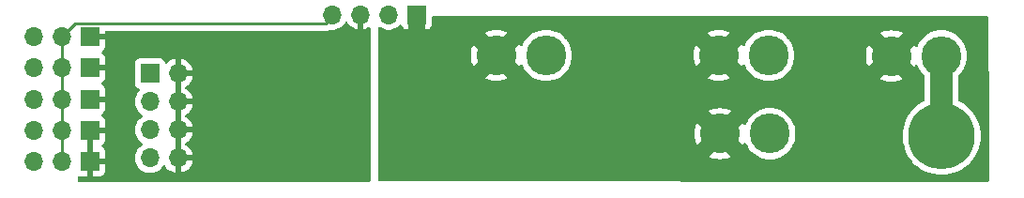
<source format=gbr>
%TF.GenerationSoftware,KiCad,Pcbnew,7.0.8*%
%TF.CreationDate,2023-10-19T00:44:21-05:00*%
%TF.ProjectId,PowerDistrubutionBoard,506f7765-7244-4697-9374-727562757469,rev?*%
%TF.SameCoordinates,Original*%
%TF.FileFunction,Copper,L2,Bot*%
%TF.FilePolarity,Positive*%
%FSLAX46Y46*%
G04 Gerber Fmt 4.6, Leading zero omitted, Abs format (unit mm)*
G04 Created by KiCad (PCBNEW 7.0.8) date 2023-10-19 00:44:21*
%MOMM*%
%LPD*%
G01*
G04 APERTURE LIST*
%TA.AperFunction,ComponentPad*%
%ADD10C,3.600000*%
%TD*%
%TA.AperFunction,ComponentPad*%
%ADD11R,1.700000X1.700000*%
%TD*%
%TA.AperFunction,ComponentPad*%
%ADD12O,1.700000X1.700000*%
%TD*%
%TA.AperFunction,WasherPad*%
%ADD13C,3.600000*%
%TD*%
%TA.AperFunction,ConnectorPad*%
%ADD14C,6.000000*%
%TD*%
%TA.AperFunction,Conductor*%
%ADD15C,0.250000*%
%TD*%
%TA.AperFunction,Conductor*%
%ADD16C,2.000000*%
%TD*%
G04 APERTURE END LIST*
D10*
%TO.P,T4,1,+*%
%TO.N,Net-(J1-Pin_1)*%
X159350000Y-55550000D03*
%TO.P,T4,2,-*%
%TO.N,Net-(J1-Pin_2)*%
X163850000Y-55550000D03*
%TD*%
D11*
%TO.P,J6,1,Pin_1*%
%TO.N,Net-(J1-Pin_3)*%
X122715000Y-59500000D03*
D12*
%TO.P,J6,2,Pin_2*%
%TO.N,Net-(J1-Pin_4)*%
X120175000Y-59500000D03*
%TO.P,J6,3,Pin_3*%
%TO.N,Net-(J6-Pin_3)*%
X117635000Y-59500000D03*
%TD*%
D10*
%TO.P,T3,2,-*%
%TO.N,Net-(T3--)*%
X199500000Y-55600000D03*
%TO.P,T3,1,+*%
%TO.N,Net-(J1-Pin_1)*%
X195000000Y-55600000D03*
%TD*%
D11*
%TO.P,J1,1,Pin_1*%
%TO.N,Net-(J1-Pin_1)*%
X152175000Y-51875000D03*
D12*
%TO.P,J1,2,Pin_2*%
%TO.N,Net-(J1-Pin_2)*%
X149635000Y-51875000D03*
%TO.P,J1,3,Pin_3*%
%TO.N,Net-(J1-Pin_3)*%
X147095000Y-51875000D03*
%TO.P,J1,4,Pin_4*%
%TO.N,Net-(J1-Pin_4)*%
X144555000Y-51875000D03*
%TD*%
D10*
%TO.P,T2,1,+*%
%TO.N,Net-(J1-Pin_1)*%
X179525000Y-62625000D03*
%TO.P,T2,2,-*%
%TO.N,Net-(J1-Pin_2)*%
X184025000Y-62625000D03*
%TD*%
D13*
%TO.P,S1,*%
%TO.N,Net-(T3--)*%
X199525000Y-62825000D03*
D14*
%TO.P,S1,2,2*%
X199525000Y-62825000D03*
%TD*%
D11*
%TO.P,J9,1,Pin_1*%
%TO.N,Net-(J1-Pin_3)*%
X122715000Y-65100000D03*
D12*
%TO.P,J9,2,Pin_2*%
%TO.N,Net-(J1-Pin_4)*%
X120175000Y-65100000D03*
%TO.P,J9,3,Pin_3*%
%TO.N,Net-(J7-Pin_7)*%
X117635000Y-65100000D03*
%TD*%
%TO.P,J7,8,Pin_8*%
%TO.N,Net-(J1-Pin_3)*%
X130650000Y-64815000D03*
%TO.P,J7,7,Pin_7*%
%TO.N,Net-(J7-Pin_7)*%
X128110000Y-64815000D03*
%TO.P,J7,6,Pin_6*%
%TO.N,Net-(J1-Pin_3)*%
X130650000Y-62275000D03*
%TO.P,J7,5,Pin_5*%
%TO.N,Net-(J7-Pin_5)*%
X128110000Y-62275000D03*
%TO.P,J7,4,Pin_4*%
%TO.N,Net-(J1-Pin_3)*%
X130650000Y-59735000D03*
%TO.P,J7,3,Pin_3*%
%TO.N,Net-(J6-Pin_3)*%
X128110000Y-59735000D03*
%TO.P,J7,2,Pin_2*%
%TO.N,Net-(J1-Pin_3)*%
X130650000Y-57195000D03*
D11*
%TO.P,J7,1,Pin_1*%
%TO.N,Net-(J5-Pin_3)*%
X128110000Y-57195000D03*
%TD*%
%TO.P,J10,1,Pin_1*%
%TO.N,Net-(J1-Pin_3)*%
X122715000Y-53875000D03*
D12*
%TO.P,J10,2,Pin_2*%
%TO.N,Net-(J1-Pin_4)*%
X120175000Y-53875000D03*
%TO.P,J10,3,Pin_3*%
%TO.N,unconnected-(J10-Pin_3-Pad3)*%
X117635000Y-53875000D03*
%TD*%
D10*
%TO.P,T1,1,+*%
%TO.N,Net-(J1-Pin_1)*%
X179425000Y-55550000D03*
%TO.P,T1,2,-*%
%TO.N,Net-(J1-Pin_2)*%
X183925000Y-55550000D03*
%TD*%
D11*
%TO.P,J8,1,Pin_1*%
%TO.N,Net-(J1-Pin_3)*%
X122715000Y-62325000D03*
D12*
%TO.P,J8,2,Pin_2*%
%TO.N,Net-(J1-Pin_4)*%
X120175000Y-62325000D03*
%TO.P,J8,3,Pin_3*%
%TO.N,Net-(J7-Pin_5)*%
X117635000Y-62325000D03*
%TD*%
D11*
%TO.P,J5,1,Pin_1*%
%TO.N,Net-(J1-Pin_3)*%
X122715000Y-56675000D03*
D12*
%TO.P,J5,2,Pin_2*%
%TO.N,Net-(J1-Pin_4)*%
X120175000Y-56675000D03*
%TO.P,J5,3,Pin_3*%
%TO.N,Net-(J5-Pin_3)*%
X117635000Y-56675000D03*
%TD*%
D15*
%TO.N,Net-(J1-Pin_4)*%
X143980000Y-52700000D02*
X144555000Y-52125000D01*
X120175000Y-53875000D02*
X121350000Y-52700000D01*
X121350000Y-52700000D02*
X143980000Y-52700000D01*
X120175000Y-65100000D02*
X120175000Y-53875000D01*
D16*
%TO.N,Net-(T3--)*%
X199500000Y-62800000D02*
X199525000Y-62825000D01*
X199500000Y-55600000D02*
X199500000Y-62800000D01*
X199500000Y-55600000D02*
X199525000Y-55625000D01*
%TD*%
%TA.AperFunction,Conductor*%
%TO.N,Net-(J1-Pin_3)*%
G36*
X130900000Y-64379498D02*
G01*
X130792315Y-64330320D01*
X130685763Y-64315000D01*
X130614237Y-64315000D01*
X130507685Y-64330320D01*
X130400000Y-64379498D01*
X130400000Y-62710501D01*
X130507685Y-62759680D01*
X130614237Y-62775000D01*
X130685763Y-62775000D01*
X130792315Y-62759680D01*
X130900000Y-62710501D01*
X130900000Y-64379498D01*
G37*
%TD.AperFunction*%
%TA.AperFunction,Conductor*%
G36*
X130900000Y-61839498D02*
G01*
X130792315Y-61790320D01*
X130685763Y-61775000D01*
X130614237Y-61775000D01*
X130507685Y-61790320D01*
X130400000Y-61839498D01*
X130400000Y-60170501D01*
X130507685Y-60219680D01*
X130614237Y-60235000D01*
X130685763Y-60235000D01*
X130792315Y-60219680D01*
X130900000Y-60170501D01*
X130900000Y-61839498D01*
G37*
%TD.AperFunction*%
%TA.AperFunction,Conductor*%
G36*
X130900000Y-59299498D02*
G01*
X130792315Y-59250320D01*
X130685763Y-59235000D01*
X130614237Y-59235000D01*
X130507685Y-59250320D01*
X130400000Y-59299498D01*
X130400000Y-57630501D01*
X130507685Y-57679680D01*
X130614237Y-57695000D01*
X130685763Y-57695000D01*
X130792315Y-57679680D01*
X130900000Y-57630501D01*
X130900000Y-59299498D01*
G37*
%TD.AperFunction*%
%TA.AperFunction,Conductor*%
G36*
X147345000Y-53205633D02*
G01*
X147558483Y-53148433D01*
X147558492Y-53148429D01*
X147772579Y-53048599D01*
X147804875Y-53025985D01*
X147871080Y-53003657D01*
X147938848Y-53020666D01*
X147986662Y-53071613D01*
X148000000Y-53127559D01*
X148000000Y-66875500D01*
X147980315Y-66942539D01*
X147927511Y-66988294D01*
X147876000Y-66999500D01*
X121699249Y-66999500D01*
X121632210Y-66979815D01*
X121586455Y-66927011D01*
X121575249Y-66875294D01*
X121575783Y-66554160D01*
X121595579Y-66487156D01*
X121648459Y-66441489D01*
X121717634Y-66431661D01*
X121743116Y-66438187D01*
X121757620Y-66443596D01*
X121757627Y-66443598D01*
X121817155Y-66449999D01*
X121817172Y-66450000D01*
X122465000Y-66450000D01*
X122465000Y-65535501D01*
X122572685Y-65584680D01*
X122679237Y-65600000D01*
X122750763Y-65600000D01*
X122857315Y-65584680D01*
X122965000Y-65535501D01*
X122965000Y-66450000D01*
X123612828Y-66450000D01*
X123612844Y-66449999D01*
X123672372Y-66443598D01*
X123672379Y-66443596D01*
X123807086Y-66393354D01*
X123807093Y-66393350D01*
X123922187Y-66307190D01*
X123922190Y-66307187D01*
X124008350Y-66192093D01*
X124008354Y-66192086D01*
X124058596Y-66057379D01*
X124058598Y-66057372D01*
X124064999Y-65997844D01*
X124065000Y-65997827D01*
X124065000Y-65350000D01*
X123148686Y-65350000D01*
X123174493Y-65309844D01*
X123215000Y-65171889D01*
X123215000Y-65028111D01*
X123174493Y-64890156D01*
X123148686Y-64850000D01*
X124065000Y-64850000D01*
X124065000Y-64815005D01*
X126746844Y-64815005D01*
X126765434Y-65039359D01*
X126765436Y-65039371D01*
X126820703Y-65257614D01*
X126911140Y-65463792D01*
X127034276Y-65652265D01*
X127034284Y-65652276D01*
X127186756Y-65817902D01*
X127186760Y-65817906D01*
X127364424Y-65956189D01*
X127364425Y-65956189D01*
X127364427Y-65956191D01*
X127441396Y-65997844D01*
X127562426Y-66063342D01*
X127775365Y-66136444D01*
X127997431Y-66173500D01*
X128222569Y-66173500D01*
X128444635Y-66136444D01*
X128657574Y-66063342D01*
X128855576Y-65956189D01*
X129033240Y-65817906D01*
X129154594Y-65686082D01*
X129185715Y-65652276D01*
X129185715Y-65652275D01*
X129185722Y-65652268D01*
X129279749Y-65508347D01*
X129332894Y-65462994D01*
X129402125Y-65453570D01*
X129465461Y-65483072D01*
X129485130Y-65505048D01*
X129611890Y-65686078D01*
X129778917Y-65853105D01*
X129972421Y-65988600D01*
X130186507Y-66088429D01*
X130186516Y-66088433D01*
X130400000Y-66145634D01*
X130400000Y-65250501D01*
X130507685Y-65299680D01*
X130614237Y-65315000D01*
X130685763Y-65315000D01*
X130792315Y-65299680D01*
X130900000Y-65250501D01*
X130900000Y-66145633D01*
X131113483Y-66088433D01*
X131113492Y-66088429D01*
X131327578Y-65988600D01*
X131521082Y-65853105D01*
X131688105Y-65686082D01*
X131823600Y-65492578D01*
X131923429Y-65278492D01*
X131923432Y-65278486D01*
X131980636Y-65065000D01*
X131083686Y-65065000D01*
X131109493Y-65024844D01*
X131150000Y-64886889D01*
X131150000Y-64743111D01*
X131109493Y-64605156D01*
X131083686Y-64565000D01*
X131980636Y-64565000D01*
X131980635Y-64564999D01*
X131923432Y-64351513D01*
X131923429Y-64351507D01*
X131823600Y-64137422D01*
X131823599Y-64137420D01*
X131688113Y-63943926D01*
X131688108Y-63943920D01*
X131521082Y-63776894D01*
X131334968Y-63646575D01*
X131291344Y-63591998D01*
X131284151Y-63522499D01*
X131315673Y-63460145D01*
X131334968Y-63443425D01*
X131521082Y-63313105D01*
X131688105Y-63146082D01*
X131823600Y-62952578D01*
X131923429Y-62738492D01*
X131923432Y-62738486D01*
X131980636Y-62525000D01*
X131083686Y-62525000D01*
X131109493Y-62484844D01*
X131150000Y-62346889D01*
X131150000Y-62203111D01*
X131109493Y-62065156D01*
X131083686Y-62025000D01*
X131980636Y-62025000D01*
X131980635Y-62024999D01*
X131923432Y-61811513D01*
X131923429Y-61811507D01*
X131823600Y-61597422D01*
X131823599Y-61597420D01*
X131688113Y-61403926D01*
X131688108Y-61403920D01*
X131521082Y-61236894D01*
X131334968Y-61106575D01*
X131291344Y-61051998D01*
X131284151Y-60982499D01*
X131315673Y-60920145D01*
X131334968Y-60903425D01*
X131521082Y-60773105D01*
X131688105Y-60606082D01*
X131823600Y-60412578D01*
X131923429Y-60198492D01*
X131923432Y-60198486D01*
X131980636Y-59985000D01*
X131083686Y-59985000D01*
X131109493Y-59944844D01*
X131150000Y-59806889D01*
X131150000Y-59663111D01*
X131109493Y-59525156D01*
X131083686Y-59485000D01*
X131980636Y-59485000D01*
X131980635Y-59484999D01*
X131923432Y-59271513D01*
X131923429Y-59271507D01*
X131823600Y-59057422D01*
X131823599Y-59057420D01*
X131688113Y-58863926D01*
X131688108Y-58863920D01*
X131521082Y-58696894D01*
X131334968Y-58566575D01*
X131291344Y-58511998D01*
X131284151Y-58442499D01*
X131315673Y-58380145D01*
X131334968Y-58363425D01*
X131521082Y-58233105D01*
X131688105Y-58066082D01*
X131823600Y-57872578D01*
X131923429Y-57658492D01*
X131923432Y-57658486D01*
X131980636Y-57445000D01*
X131083686Y-57445000D01*
X131109493Y-57404844D01*
X131150000Y-57266889D01*
X131150000Y-57123111D01*
X131109493Y-56985156D01*
X131083686Y-56945000D01*
X131980636Y-56945000D01*
X131980635Y-56944999D01*
X131923432Y-56731513D01*
X131923429Y-56731507D01*
X131823600Y-56517422D01*
X131823599Y-56517420D01*
X131688113Y-56323926D01*
X131688108Y-56323920D01*
X131521082Y-56156894D01*
X131327578Y-56021399D01*
X131113492Y-55921570D01*
X131113486Y-55921567D01*
X130900000Y-55864364D01*
X130900000Y-56759498D01*
X130792315Y-56710320D01*
X130685763Y-56695000D01*
X130614237Y-56695000D01*
X130507685Y-56710320D01*
X130400000Y-56759498D01*
X130400000Y-55864364D01*
X130399999Y-55864364D01*
X130186513Y-55921567D01*
X130186507Y-55921570D01*
X129972422Y-56021399D01*
X129972420Y-56021400D01*
X129778926Y-56156886D01*
X129663084Y-56272728D01*
X129601761Y-56306212D01*
X129532069Y-56301228D01*
X129476136Y-56259356D01*
X129459223Y-56228384D01*
X129410889Y-56098796D01*
X129323261Y-55981739D01*
X129206204Y-55894111D01*
X129069203Y-55843011D01*
X129008654Y-55836500D01*
X129008638Y-55836500D01*
X127211362Y-55836500D01*
X127211345Y-55836500D01*
X127150797Y-55843011D01*
X127150795Y-55843011D01*
X127013795Y-55894111D01*
X126896739Y-55981739D01*
X126809111Y-56098795D01*
X126758011Y-56235795D01*
X126758011Y-56235797D01*
X126751500Y-56296345D01*
X126751500Y-58093654D01*
X126758011Y-58154202D01*
X126758011Y-58154204D01*
X126809111Y-58291204D01*
X126896739Y-58408261D01*
X127013796Y-58495889D01*
X127065737Y-58515262D01*
X127131595Y-58539827D01*
X127187528Y-58581699D01*
X127211944Y-58647163D01*
X127197092Y-58715436D01*
X127179490Y-58739991D01*
X127034279Y-58897730D01*
X127034276Y-58897734D01*
X126911140Y-59086207D01*
X126820703Y-59292385D01*
X126765436Y-59510628D01*
X126765434Y-59510640D01*
X126746844Y-59734994D01*
X126746844Y-59735005D01*
X126765434Y-59959359D01*
X126765436Y-59959371D01*
X126820703Y-60177614D01*
X126911140Y-60383792D01*
X127034276Y-60572265D01*
X127034284Y-60572276D01*
X127186756Y-60737902D01*
X127186760Y-60737906D01*
X127364424Y-60876189D01*
X127364429Y-60876191D01*
X127364431Y-60876193D01*
X127400930Y-60895946D01*
X127450520Y-60945165D01*
X127465628Y-61013382D01*
X127441457Y-61078937D01*
X127400930Y-61114054D01*
X127364431Y-61133806D01*
X127364422Y-61133812D01*
X127186761Y-61272092D01*
X127186756Y-61272097D01*
X127034284Y-61437723D01*
X127034276Y-61437734D01*
X126911140Y-61626207D01*
X126820703Y-61832385D01*
X126765436Y-62050628D01*
X126765434Y-62050640D01*
X126746844Y-62274994D01*
X126746844Y-62275005D01*
X126765434Y-62499359D01*
X126765436Y-62499371D01*
X126820703Y-62717614D01*
X126911140Y-62923792D01*
X127034276Y-63112265D01*
X127034284Y-63112276D01*
X127136071Y-63222844D01*
X127186760Y-63277906D01*
X127364424Y-63416189D01*
X127364429Y-63416191D01*
X127364431Y-63416193D01*
X127400930Y-63435946D01*
X127450520Y-63485165D01*
X127465628Y-63553382D01*
X127441457Y-63618937D01*
X127400930Y-63654054D01*
X127364431Y-63673806D01*
X127364422Y-63673812D01*
X127186761Y-63812092D01*
X127186756Y-63812097D01*
X127034284Y-63977723D01*
X127034276Y-63977734D01*
X126911140Y-64166207D01*
X126820703Y-64372385D01*
X126765436Y-64590628D01*
X126765434Y-64590640D01*
X126746844Y-64814994D01*
X126746844Y-64815005D01*
X124065000Y-64815005D01*
X124065000Y-64202172D01*
X124064999Y-64202155D01*
X124058598Y-64142627D01*
X124058596Y-64142620D01*
X124008354Y-64007913D01*
X124008350Y-64007906D01*
X123922190Y-63892812D01*
X123922187Y-63892809D01*
X123813928Y-63811766D01*
X123772057Y-63755833D01*
X123767073Y-63686141D01*
X123800559Y-63624818D01*
X123813928Y-63613234D01*
X123922187Y-63532190D01*
X123922190Y-63532187D01*
X124008350Y-63417093D01*
X124008354Y-63417086D01*
X124058596Y-63282379D01*
X124058598Y-63282372D01*
X124064999Y-63222844D01*
X124065000Y-63222827D01*
X124065000Y-62575000D01*
X123148686Y-62575000D01*
X123174493Y-62534844D01*
X123215000Y-62396889D01*
X123215000Y-62253111D01*
X123174493Y-62115156D01*
X123148686Y-62075000D01*
X124065000Y-62075000D01*
X124065000Y-61427172D01*
X124064999Y-61427155D01*
X124058598Y-61367627D01*
X124058596Y-61367620D01*
X124008354Y-61232913D01*
X124008350Y-61232906D01*
X123922190Y-61117812D01*
X123922187Y-61117809D01*
X123807093Y-61031649D01*
X123807084Y-61031644D01*
X123799141Y-61028682D01*
X123743207Y-60986812D01*
X123718789Y-60921348D01*
X123733640Y-60853075D01*
X123783044Y-60803669D01*
X123799141Y-60796318D01*
X123807084Y-60793355D01*
X123807093Y-60793350D01*
X123922187Y-60707190D01*
X123922190Y-60707187D01*
X124008350Y-60592093D01*
X124008354Y-60592086D01*
X124058596Y-60457379D01*
X124058598Y-60457372D01*
X124064999Y-60397844D01*
X124065000Y-60397827D01*
X124065000Y-59750000D01*
X123148686Y-59750000D01*
X123174493Y-59709844D01*
X123215000Y-59571889D01*
X123215000Y-59428111D01*
X123174493Y-59290156D01*
X123148686Y-59250000D01*
X124065000Y-59250000D01*
X124065000Y-58602172D01*
X124064999Y-58602155D01*
X124058598Y-58542627D01*
X124058596Y-58542620D01*
X124008354Y-58407913D01*
X124008350Y-58407906D01*
X123922190Y-58292812D01*
X123922187Y-58292809D01*
X123807093Y-58206649D01*
X123807084Y-58206644D01*
X123799141Y-58203682D01*
X123743207Y-58161812D01*
X123718789Y-58096348D01*
X123733640Y-58028075D01*
X123783044Y-57978669D01*
X123799141Y-57971318D01*
X123807084Y-57968355D01*
X123807093Y-57968350D01*
X123922187Y-57882190D01*
X123922190Y-57882187D01*
X124008350Y-57767093D01*
X124008354Y-57767086D01*
X124058596Y-57632379D01*
X124058598Y-57632372D01*
X124064999Y-57572844D01*
X124065000Y-57572827D01*
X124065000Y-56925000D01*
X123148686Y-56925000D01*
X123174493Y-56884844D01*
X123215000Y-56746889D01*
X123215000Y-56603111D01*
X123174493Y-56465156D01*
X123148686Y-56425000D01*
X124065000Y-56425000D01*
X124065000Y-55777172D01*
X124064999Y-55777155D01*
X124058598Y-55717627D01*
X124058596Y-55717620D01*
X124008354Y-55582913D01*
X124008350Y-55582906D01*
X123922190Y-55467812D01*
X123922187Y-55467809D01*
X123799989Y-55376331D01*
X123801530Y-55374271D01*
X123761687Y-55334430D01*
X123746834Y-55266157D01*
X123771249Y-55200692D01*
X123800951Y-55174954D01*
X123799989Y-55173669D01*
X123922187Y-55082190D01*
X123922190Y-55082187D01*
X124008350Y-54967093D01*
X124008354Y-54967086D01*
X124058596Y-54832379D01*
X124058598Y-54832372D01*
X124064999Y-54772844D01*
X124065000Y-54772827D01*
X124065000Y-54125000D01*
X123148686Y-54125000D01*
X123174493Y-54084844D01*
X123215000Y-53946889D01*
X123215000Y-53803111D01*
X123174493Y-53665156D01*
X123148686Y-53625000D01*
X124065000Y-53625000D01*
X124065000Y-53457500D01*
X124084685Y-53390461D01*
X124137489Y-53344706D01*
X124189000Y-53333500D01*
X143896366Y-53333500D01*
X143912113Y-53335238D01*
X143912139Y-53334968D01*
X143919905Y-53335701D01*
X143919909Y-53335702D01*
X143989958Y-53333500D01*
X144019856Y-53333500D01*
X144019857Y-53333500D01*
X144021222Y-53333327D01*
X144026862Y-53332614D01*
X144032685Y-53332156D01*
X144058708Y-53331338D01*
X144079890Y-53330673D01*
X144089681Y-53327827D01*
X144099481Y-53324980D01*
X144118538Y-53321032D01*
X144138797Y-53318474D01*
X144182721Y-53301082D01*
X144188221Y-53299199D01*
X144233593Y-53286018D01*
X144251165Y-53275625D01*
X144268632Y-53267068D01*
X144287617Y-53259552D01*
X144303651Y-53247901D01*
X144369453Y-53224421D01*
X144396947Y-53225909D01*
X144442431Y-53233500D01*
X144442436Y-53233500D01*
X144667569Y-53233500D01*
X144889635Y-53196444D01*
X145102574Y-53123342D01*
X145300576Y-53016189D01*
X145478240Y-52877906D01*
X145577614Y-52769957D01*
X145630715Y-52712276D01*
X145630715Y-52712275D01*
X145630722Y-52712268D01*
X145724749Y-52568347D01*
X145777894Y-52522994D01*
X145847125Y-52513570D01*
X145910461Y-52543072D01*
X145930130Y-52565048D01*
X146056890Y-52746078D01*
X146223917Y-52913105D01*
X146417421Y-53048600D01*
X146631507Y-53148429D01*
X146631516Y-53148433D01*
X146845000Y-53205634D01*
X146845000Y-52310501D01*
X146952685Y-52359680D01*
X147059237Y-52375000D01*
X147130763Y-52375000D01*
X147237315Y-52359680D01*
X147345000Y-52310501D01*
X147345000Y-53205633D01*
G37*
%TD.AperFunction*%
%TA.AperFunction,Conductor*%
G36*
X122965000Y-64664498D02*
G01*
X122857315Y-64615320D01*
X122750763Y-64600000D01*
X122679237Y-64600000D01*
X122572685Y-64615320D01*
X122465000Y-64664498D01*
X122465000Y-62760501D01*
X122572685Y-62809680D01*
X122679237Y-62825000D01*
X122750763Y-62825000D01*
X122857315Y-62809680D01*
X122965000Y-62760501D01*
X122965000Y-64664498D01*
G37*
%TD.AperFunction*%
%TD*%
%TA.AperFunction,Conductor*%
%TO.N,Net-(J1-Pin_1)*%
G36*
X151715507Y-52084844D02*
G01*
X151793239Y-52205798D01*
X151901900Y-52299952D01*
X152032685Y-52359680D01*
X152139237Y-52375000D01*
X152210763Y-52375000D01*
X152317315Y-52359680D01*
X152448100Y-52299952D01*
X152556761Y-52205798D01*
X152634493Y-52084844D01*
X152659258Y-52000500D01*
X152801000Y-52000500D01*
X152868039Y-52020185D01*
X152913794Y-52072989D01*
X152925000Y-52124500D01*
X152925000Y-53225000D01*
X153072828Y-53225000D01*
X153072844Y-53224999D01*
X153132372Y-53218598D01*
X153132379Y-53218596D01*
X153267086Y-53168354D01*
X153267093Y-53168350D01*
X153382187Y-53082190D01*
X153382190Y-53082187D01*
X153468350Y-52967093D01*
X153468354Y-52967086D01*
X153518596Y-52832379D01*
X153518598Y-52832372D01*
X153524999Y-52772844D01*
X153525000Y-52772827D01*
X153525000Y-52124500D01*
X153544685Y-52057461D01*
X153597489Y-52011706D01*
X153649000Y-52000500D01*
X203626871Y-52000500D01*
X203693910Y-52020185D01*
X203739665Y-52072989D01*
X203750869Y-52123880D01*
X203799500Y-61850000D01*
X203799500Y-66825930D01*
X203779815Y-66892969D01*
X203727011Y-66938724D01*
X203675444Y-66949930D01*
X148823944Y-66925056D01*
X148756913Y-66905341D01*
X148711182Y-66852516D01*
X148700000Y-66801056D01*
X148700000Y-62625000D01*
X177220065Y-62625000D01*
X177239784Y-62925852D01*
X177239786Y-62925864D01*
X177298602Y-63221553D01*
X177298606Y-63221568D01*
X177395516Y-63507055D01*
X177395525Y-63507076D01*
X177457199Y-63632138D01*
X177457200Y-63632138D01*
X178179761Y-62909577D01*
X178205518Y-63029087D01*
X178292788Y-63246268D01*
X178415507Y-63445577D01*
X178570144Y-63621278D01*
X178752251Y-63768319D01*
X178956588Y-63882469D01*
X179177278Y-63960443D01*
X179239540Y-63971119D01*
X178517859Y-64692798D01*
X178517859Y-64692799D01*
X178642936Y-64754480D01*
X178928431Y-64851393D01*
X178928446Y-64851397D01*
X179224135Y-64910213D01*
X179224147Y-64910215D01*
X179525000Y-64929934D01*
X179825852Y-64910215D01*
X179825864Y-64910213D01*
X180121553Y-64851397D01*
X180121568Y-64851393D01*
X180407057Y-64754482D01*
X180407062Y-64754480D01*
X180532139Y-64692799D01*
X180532139Y-64692798D01*
X179810775Y-63971435D01*
X179984723Y-63926144D01*
X180198005Y-63829734D01*
X180391925Y-63698667D01*
X180560906Y-63536712D01*
X180700086Y-63348529D01*
X180805460Y-63139531D01*
X180873998Y-62915731D01*
X180874269Y-62913609D01*
X181592798Y-63632139D01*
X181592799Y-63632139D01*
X181654476Y-63507070D01*
X181655934Y-63503551D01*
X181699767Y-63449141D01*
X181766058Y-63427067D01*
X181833760Y-63444336D01*
X181881378Y-63495466D01*
X181886028Y-63506595D01*
X181886094Y-63506569D01*
X181887648Y-63510322D01*
X182021488Y-63781722D01*
X182021492Y-63781729D01*
X182189612Y-64033339D01*
X182389141Y-64260858D01*
X182616660Y-64460387D01*
X182868270Y-64628507D01*
X182868277Y-64628511D01*
X183139677Y-64762351D01*
X183139687Y-64762355D01*
X183344796Y-64831979D01*
X183426234Y-64859624D01*
X183723034Y-64918661D01*
X184025000Y-64938453D01*
X184326966Y-64918661D01*
X184623766Y-64859624D01*
X184816813Y-64794093D01*
X184910312Y-64762355D01*
X184910322Y-64762351D01*
X184926283Y-64754480D01*
X185181727Y-64628509D01*
X185433341Y-64460386D01*
X185660858Y-64260858D01*
X185860386Y-64033341D01*
X186028509Y-63781727D01*
X186162352Y-63510320D01*
X186163456Y-63507070D01*
X186194093Y-63416813D01*
X186259624Y-63223766D01*
X186318661Y-62926966D01*
X186338453Y-62625000D01*
X186318661Y-62323034D01*
X186259624Y-62026234D01*
X186162352Y-61739680D01*
X186162344Y-61739663D01*
X186028514Y-61468283D01*
X186028505Y-61468268D01*
X185980221Y-61396006D01*
X185860386Y-61216659D01*
X185730316Y-61068343D01*
X185660858Y-60989141D01*
X185433339Y-60789612D01*
X185181729Y-60621492D01*
X185181722Y-60621488D01*
X184910322Y-60487648D01*
X184910312Y-60487644D01*
X184623779Y-60390380D01*
X184623773Y-60390378D01*
X184623766Y-60390376D01*
X184326966Y-60331339D01*
X184025000Y-60311547D01*
X183723034Y-60331339D01*
X183723028Y-60331340D01*
X183723023Y-60331341D01*
X183426239Y-60390375D01*
X183426225Y-60390378D01*
X183139684Y-60487646D01*
X183139663Y-60487655D01*
X182868283Y-60621485D01*
X182868268Y-60621494D01*
X182616657Y-60789615D01*
X182389141Y-60989141D01*
X182189615Y-61216657D01*
X182021494Y-61468268D01*
X182021485Y-61468283D01*
X181887655Y-61739663D01*
X181886101Y-61743418D01*
X181885854Y-61743315D01*
X181885852Y-61743321D01*
X181885774Y-61743282D01*
X181885041Y-61742979D01*
X181847712Y-61796043D01*
X181782997Y-61822382D01*
X181714315Y-61809552D01*
X181663473Y-61761627D01*
X181655937Y-61746455D01*
X181654476Y-61742927D01*
X181592798Y-61617859D01*
X180870238Y-62340420D01*
X180844482Y-62220913D01*
X180757212Y-62003732D01*
X180634493Y-61804423D01*
X180479856Y-61628722D01*
X180297749Y-61481681D01*
X180093412Y-61367531D01*
X179872722Y-61289557D01*
X179810459Y-61278880D01*
X180532138Y-60557200D01*
X180532138Y-60557199D01*
X180407076Y-60495525D01*
X180407055Y-60495516D01*
X180121568Y-60398606D01*
X180121553Y-60398602D01*
X179825864Y-60339786D01*
X179825852Y-60339784D01*
X179525000Y-60320065D01*
X179224147Y-60339784D01*
X179224135Y-60339786D01*
X178928446Y-60398602D01*
X178928426Y-60398607D01*
X178642947Y-60495514D01*
X178642937Y-60495518D01*
X178517860Y-60557199D01*
X178517860Y-60557200D01*
X179239224Y-61278564D01*
X179065277Y-61323856D01*
X178851995Y-61420266D01*
X178658075Y-61551333D01*
X178489094Y-61713288D01*
X178349914Y-61901471D01*
X178244540Y-62110469D01*
X178176002Y-62334269D01*
X178175730Y-62336389D01*
X177457200Y-61617860D01*
X177457199Y-61617860D01*
X177395518Y-61742937D01*
X177395514Y-61742947D01*
X177298607Y-62028426D01*
X177298602Y-62028446D01*
X177239786Y-62324135D01*
X177239784Y-62324147D01*
X177220065Y-62625000D01*
X148700000Y-62625000D01*
X148700000Y-55550000D01*
X157045065Y-55550000D01*
X157064784Y-55850852D01*
X157064786Y-55850864D01*
X157123602Y-56146553D01*
X157123606Y-56146568D01*
X157220516Y-56432055D01*
X157220525Y-56432076D01*
X157282199Y-56557138D01*
X157282200Y-56557138D01*
X158004761Y-55834577D01*
X158030518Y-55954087D01*
X158117788Y-56171268D01*
X158240507Y-56370577D01*
X158395144Y-56546278D01*
X158577251Y-56693319D01*
X158781588Y-56807469D01*
X159002278Y-56885443D01*
X159064540Y-56896119D01*
X158342859Y-57617798D01*
X158342859Y-57617799D01*
X158467936Y-57679480D01*
X158753431Y-57776393D01*
X158753446Y-57776397D01*
X159049135Y-57835213D01*
X159049147Y-57835215D01*
X159350000Y-57854934D01*
X159650852Y-57835215D01*
X159650864Y-57835213D01*
X159946553Y-57776397D01*
X159946568Y-57776393D01*
X160232057Y-57679482D01*
X160232062Y-57679480D01*
X160357139Y-57617799D01*
X160357139Y-57617798D01*
X159635775Y-56896435D01*
X159809723Y-56851144D01*
X160023005Y-56754734D01*
X160216925Y-56623667D01*
X160385906Y-56461712D01*
X160525086Y-56273529D01*
X160630460Y-56064531D01*
X160698998Y-55840731D01*
X160699269Y-55838609D01*
X161417798Y-56557139D01*
X161417799Y-56557139D01*
X161479476Y-56432070D01*
X161480934Y-56428551D01*
X161524767Y-56374141D01*
X161591058Y-56352067D01*
X161658760Y-56369336D01*
X161706378Y-56420466D01*
X161711028Y-56431595D01*
X161711094Y-56431569D01*
X161712648Y-56435322D01*
X161846488Y-56706722D01*
X161846492Y-56706729D01*
X162014612Y-56958339D01*
X162214141Y-57185858D01*
X162441660Y-57385387D01*
X162693270Y-57553507D01*
X162693277Y-57553511D01*
X162964677Y-57687351D01*
X162964687Y-57687355D01*
X163169796Y-57756979D01*
X163251234Y-57784624D01*
X163548034Y-57843661D01*
X163850000Y-57863453D01*
X164151966Y-57843661D01*
X164448766Y-57784624D01*
X164641813Y-57719093D01*
X164735312Y-57687355D01*
X164735322Y-57687351D01*
X164751283Y-57679480D01*
X165006727Y-57553509D01*
X165258341Y-57385386D01*
X165485858Y-57185858D01*
X165685386Y-56958341D01*
X165853509Y-56706727D01*
X165987352Y-56435320D01*
X165988456Y-56432070D01*
X166025300Y-56323529D01*
X166084624Y-56148766D01*
X166143661Y-55851966D01*
X166163453Y-55550000D01*
X177120065Y-55550000D01*
X177139784Y-55850852D01*
X177139786Y-55850864D01*
X177198602Y-56146553D01*
X177198606Y-56146568D01*
X177295516Y-56432055D01*
X177295525Y-56432076D01*
X177357199Y-56557138D01*
X177357200Y-56557138D01*
X178079761Y-55834576D01*
X178105518Y-55954087D01*
X178192788Y-56171268D01*
X178315507Y-56370577D01*
X178470144Y-56546278D01*
X178652251Y-56693319D01*
X178856588Y-56807469D01*
X179077278Y-56885443D01*
X179139540Y-56896119D01*
X178417859Y-57617798D01*
X178417859Y-57617799D01*
X178542936Y-57679480D01*
X178828431Y-57776393D01*
X178828446Y-57776397D01*
X179124135Y-57835213D01*
X179124147Y-57835215D01*
X179425000Y-57854934D01*
X179725852Y-57835215D01*
X179725864Y-57835213D01*
X180021553Y-57776397D01*
X180021568Y-57776393D01*
X180307057Y-57679482D01*
X180307062Y-57679480D01*
X180432139Y-57617799D01*
X180432139Y-57617798D01*
X179710775Y-56896435D01*
X179884723Y-56851144D01*
X180098005Y-56754734D01*
X180291925Y-56623667D01*
X180460906Y-56461712D01*
X180600086Y-56273529D01*
X180705460Y-56064531D01*
X180773998Y-55840731D01*
X180774269Y-55838609D01*
X181492798Y-56557139D01*
X181492799Y-56557139D01*
X181554476Y-56432070D01*
X181555934Y-56428551D01*
X181599767Y-56374141D01*
X181666058Y-56352067D01*
X181733760Y-56369336D01*
X181781378Y-56420466D01*
X181786028Y-56431595D01*
X181786094Y-56431569D01*
X181787648Y-56435322D01*
X181921488Y-56706722D01*
X181921492Y-56706729D01*
X182089612Y-56958339D01*
X182289141Y-57185858D01*
X182516660Y-57385387D01*
X182768270Y-57553507D01*
X182768277Y-57553511D01*
X183039677Y-57687351D01*
X183039687Y-57687355D01*
X183244796Y-57756979D01*
X183326234Y-57784624D01*
X183623034Y-57843661D01*
X183925000Y-57863453D01*
X184226966Y-57843661D01*
X184523766Y-57784624D01*
X184716813Y-57719093D01*
X184810312Y-57687355D01*
X184810322Y-57687351D01*
X184826283Y-57679480D01*
X185081727Y-57553509D01*
X185333341Y-57385386D01*
X185560858Y-57185858D01*
X185760386Y-56958341D01*
X185928509Y-56706727D01*
X186062352Y-56435320D01*
X186063456Y-56432070D01*
X186100300Y-56323529D01*
X186159624Y-56148766D01*
X186218661Y-55851966D01*
X186235176Y-55600000D01*
X192695065Y-55600000D01*
X192714784Y-55900852D01*
X192714786Y-55900864D01*
X192773602Y-56196553D01*
X192773606Y-56196568D01*
X192870516Y-56482055D01*
X192870525Y-56482076D01*
X192932199Y-56607138D01*
X192932200Y-56607138D01*
X193654761Y-55884577D01*
X193680518Y-56004087D01*
X193767788Y-56221268D01*
X193890507Y-56420577D01*
X194045144Y-56596278D01*
X194227251Y-56743319D01*
X194431588Y-56857469D01*
X194652278Y-56935443D01*
X194714540Y-56946119D01*
X193992859Y-57667798D01*
X193992859Y-57667799D01*
X194117936Y-57729480D01*
X194403431Y-57826393D01*
X194403446Y-57826397D01*
X194699135Y-57885213D01*
X194699147Y-57885215D01*
X195000000Y-57904934D01*
X195300852Y-57885215D01*
X195300864Y-57885213D01*
X195596553Y-57826397D01*
X195596568Y-57826393D01*
X195882057Y-57729482D01*
X195882062Y-57729480D01*
X196007139Y-57667799D01*
X196007139Y-57667798D01*
X195285775Y-56946435D01*
X195459723Y-56901144D01*
X195673005Y-56804734D01*
X195866925Y-56673667D01*
X196035906Y-56511712D01*
X196175086Y-56323529D01*
X196280460Y-56114531D01*
X196348998Y-55890731D01*
X196349269Y-55888609D01*
X197067798Y-56607139D01*
X197067799Y-56607139D01*
X197129476Y-56482070D01*
X197130934Y-56478551D01*
X197174767Y-56424141D01*
X197241058Y-56402067D01*
X197308760Y-56419336D01*
X197356378Y-56470466D01*
X197361028Y-56481595D01*
X197361094Y-56481569D01*
X197362648Y-56485322D01*
X197496488Y-56756722D01*
X197496492Y-56756729D01*
X197664612Y-57008339D01*
X197664614Y-57008341D01*
X197864142Y-57235858D01*
X197949259Y-57310503D01*
X197986683Y-57369504D01*
X197991500Y-57403731D01*
X197991500Y-59592687D01*
X197971815Y-59659726D01*
X197923795Y-59703171D01*
X197768351Y-59782374D01*
X197768340Y-59782380D01*
X197459926Y-59982666D01*
X197174137Y-60214094D01*
X197174129Y-60214101D01*
X196914101Y-60474129D01*
X196914094Y-60474137D01*
X196682666Y-60759926D01*
X196482382Y-61068338D01*
X196315428Y-61396002D01*
X196183641Y-61739318D01*
X196088458Y-62094544D01*
X196088458Y-62094546D01*
X196030931Y-62457757D01*
X196011685Y-62824999D01*
X196011685Y-62825000D01*
X196030931Y-63192242D01*
X196068124Y-63427067D01*
X196088459Y-63555459D01*
X196176081Y-63882469D01*
X196183641Y-63910681D01*
X196315428Y-64253997D01*
X196482382Y-64581662D01*
X196682666Y-64890073D01*
X196887723Y-65143297D01*
X196914098Y-65175867D01*
X197174133Y-65435902D01*
X197174137Y-65435905D01*
X197459926Y-65667333D01*
X197768337Y-65867617D01*
X197768342Y-65867620D01*
X198096006Y-66034573D01*
X198439326Y-66166361D01*
X198794541Y-66261541D01*
X199157759Y-66319069D01*
X199504688Y-66337250D01*
X199524999Y-66338315D01*
X199525000Y-66338315D01*
X199525001Y-66338315D01*
X199544247Y-66337306D01*
X199892241Y-66319069D01*
X200255459Y-66261541D01*
X200610674Y-66166361D01*
X200953994Y-66034573D01*
X201281658Y-65867620D01*
X201590075Y-65667332D01*
X201875867Y-65435902D01*
X202135902Y-65175867D01*
X202367332Y-64890075D01*
X202567620Y-64581658D01*
X202734573Y-64253994D01*
X202866361Y-63910674D01*
X202961541Y-63555459D01*
X203019069Y-63192241D01*
X203038315Y-62825000D01*
X203019069Y-62457759D01*
X202961541Y-62094541D01*
X202866361Y-61739326D01*
X202734573Y-61396006D01*
X202567620Y-61068343D01*
X202386613Y-60789615D01*
X202367333Y-60759926D01*
X202203168Y-60557200D01*
X202135902Y-60474133D01*
X201875867Y-60214098D01*
X201590075Y-59982668D01*
X201590073Y-59982666D01*
X201281662Y-59782382D01*
X201076205Y-59677696D01*
X201025409Y-59629721D01*
X201008500Y-59567211D01*
X201008500Y-57403731D01*
X201028185Y-57336692D01*
X201050739Y-57310505D01*
X201135858Y-57235858D01*
X201335386Y-57008341D01*
X201503509Y-56756727D01*
X201637352Y-56485320D01*
X201638456Y-56482070D01*
X201682585Y-56352067D01*
X201734624Y-56198766D01*
X201793661Y-55901966D01*
X201813453Y-55600000D01*
X201793661Y-55298034D01*
X201734624Y-55001234D01*
X201637352Y-54714680D01*
X201614538Y-54668418D01*
X201503514Y-54443283D01*
X201503505Y-54443268D01*
X201402786Y-54292531D01*
X201335386Y-54191659D01*
X201291535Y-54141657D01*
X201135858Y-53964141D01*
X200908339Y-53764612D01*
X200656729Y-53596492D01*
X200656722Y-53596488D01*
X200385322Y-53462648D01*
X200385312Y-53462644D01*
X200098779Y-53365380D01*
X200098773Y-53365378D01*
X200098766Y-53365376D01*
X199801966Y-53306339D01*
X199500000Y-53286547D01*
X199198034Y-53306339D01*
X199198028Y-53306340D01*
X199198023Y-53306341D01*
X198901239Y-53365375D01*
X198901225Y-53365378D01*
X198614684Y-53462646D01*
X198614663Y-53462655D01*
X198343283Y-53596485D01*
X198343268Y-53596494D01*
X198091657Y-53764615D01*
X197864141Y-53964141D01*
X197664615Y-54191657D01*
X197496494Y-54443268D01*
X197496485Y-54443283D01*
X197362655Y-54714663D01*
X197361101Y-54718418D01*
X197360854Y-54718315D01*
X197360852Y-54718321D01*
X197360774Y-54718282D01*
X197360041Y-54717979D01*
X197322712Y-54771043D01*
X197257997Y-54797382D01*
X197189315Y-54784552D01*
X197138473Y-54736627D01*
X197130937Y-54721455D01*
X197129476Y-54717927D01*
X197067798Y-54592859D01*
X196345238Y-55315420D01*
X196319482Y-55195913D01*
X196232212Y-54978732D01*
X196109493Y-54779423D01*
X195954856Y-54603722D01*
X195772749Y-54456681D01*
X195568412Y-54342531D01*
X195347722Y-54264557D01*
X195285459Y-54253880D01*
X196007138Y-53532200D01*
X196007138Y-53532199D01*
X195882076Y-53470525D01*
X195882055Y-53470516D01*
X195596568Y-53373606D01*
X195596553Y-53373602D01*
X195300864Y-53314786D01*
X195300852Y-53314784D01*
X195000000Y-53295065D01*
X194699147Y-53314784D01*
X194699135Y-53314786D01*
X194403446Y-53373602D01*
X194403426Y-53373607D01*
X194117947Y-53470514D01*
X194117937Y-53470518D01*
X193992860Y-53532199D01*
X193992860Y-53532200D01*
X194714224Y-54253564D01*
X194540277Y-54298856D01*
X194326995Y-54395266D01*
X194133075Y-54526333D01*
X193964094Y-54688288D01*
X193824914Y-54876471D01*
X193719540Y-55085469D01*
X193651002Y-55309269D01*
X193650730Y-55311389D01*
X192932200Y-54592860D01*
X192932199Y-54592860D01*
X192870518Y-54717937D01*
X192870514Y-54717947D01*
X192773607Y-55003426D01*
X192773602Y-55003446D01*
X192714786Y-55299135D01*
X192714784Y-55299147D01*
X192695065Y-55600000D01*
X186235176Y-55600000D01*
X186238453Y-55550000D01*
X186218661Y-55248034D01*
X186159624Y-54951234D01*
X186062352Y-54664680D01*
X186032291Y-54603722D01*
X185928514Y-54393283D01*
X185928505Y-54393268D01*
X185816072Y-54225000D01*
X185760386Y-54141659D01*
X185716670Y-54091811D01*
X185560858Y-53914141D01*
X185333339Y-53714612D01*
X185081729Y-53546492D01*
X185081722Y-53546488D01*
X184810322Y-53412648D01*
X184810312Y-53412644D01*
X184523779Y-53315380D01*
X184523773Y-53315378D01*
X184523766Y-53315376D01*
X184226966Y-53256339D01*
X183925000Y-53236547D01*
X183623034Y-53256339D01*
X183623028Y-53256340D01*
X183623023Y-53256341D01*
X183326239Y-53315375D01*
X183326225Y-53315378D01*
X183039684Y-53412646D01*
X183039663Y-53412655D01*
X182768283Y-53546485D01*
X182768268Y-53546494D01*
X182516657Y-53714615D01*
X182289141Y-53914141D01*
X182089615Y-54141657D01*
X181921494Y-54393268D01*
X181921485Y-54393283D01*
X181787655Y-54664663D01*
X181786101Y-54668418D01*
X181785854Y-54668315D01*
X181785852Y-54668321D01*
X181785774Y-54668282D01*
X181785041Y-54667979D01*
X181747712Y-54721043D01*
X181682997Y-54747382D01*
X181614315Y-54734552D01*
X181563473Y-54686627D01*
X181555937Y-54671455D01*
X181554476Y-54667927D01*
X181492798Y-54542859D01*
X180770238Y-55265420D01*
X180744482Y-55145913D01*
X180657212Y-54928732D01*
X180534493Y-54729423D01*
X180379856Y-54553722D01*
X180197749Y-54406681D01*
X179993412Y-54292531D01*
X179772722Y-54214557D01*
X179710459Y-54203880D01*
X180432138Y-53482200D01*
X180432138Y-53482199D01*
X180307076Y-53420525D01*
X180307055Y-53420516D01*
X180021568Y-53323606D01*
X180021553Y-53323602D01*
X179725864Y-53264786D01*
X179725852Y-53264784D01*
X179425000Y-53245065D01*
X179124147Y-53264784D01*
X179124135Y-53264786D01*
X178828446Y-53323602D01*
X178828426Y-53323607D01*
X178542947Y-53420514D01*
X178542937Y-53420518D01*
X178417860Y-53482199D01*
X178417860Y-53482200D01*
X179139224Y-54203564D01*
X178965277Y-54248856D01*
X178751995Y-54345266D01*
X178558075Y-54476333D01*
X178389094Y-54638288D01*
X178249914Y-54826471D01*
X178144540Y-55035469D01*
X178076002Y-55259269D01*
X178075730Y-55261390D01*
X177357200Y-54542860D01*
X177357199Y-54542860D01*
X177295518Y-54667937D01*
X177295514Y-54667947D01*
X177198607Y-54953426D01*
X177198602Y-54953446D01*
X177139786Y-55249135D01*
X177139784Y-55249147D01*
X177120065Y-55550000D01*
X166163453Y-55550000D01*
X166143661Y-55248034D01*
X166084624Y-54951234D01*
X165987352Y-54664680D01*
X165957291Y-54603722D01*
X165853514Y-54393283D01*
X165853505Y-54393268D01*
X165741072Y-54225000D01*
X165685386Y-54141659D01*
X165641670Y-54091811D01*
X165485858Y-53914141D01*
X165258339Y-53714612D01*
X165006729Y-53546492D01*
X165006722Y-53546488D01*
X164735322Y-53412648D01*
X164735312Y-53412644D01*
X164448779Y-53315380D01*
X164448773Y-53315378D01*
X164448766Y-53315376D01*
X164151966Y-53256339D01*
X163850000Y-53236547D01*
X163548034Y-53256339D01*
X163548028Y-53256340D01*
X163548023Y-53256341D01*
X163251239Y-53315375D01*
X163251225Y-53315378D01*
X162964684Y-53412646D01*
X162964663Y-53412655D01*
X162693283Y-53546485D01*
X162693268Y-53546494D01*
X162441657Y-53714615D01*
X162214141Y-53914141D01*
X162014615Y-54141657D01*
X161846494Y-54393268D01*
X161846485Y-54393283D01*
X161712655Y-54664663D01*
X161711101Y-54668418D01*
X161710854Y-54668315D01*
X161710852Y-54668321D01*
X161710774Y-54668282D01*
X161710041Y-54667979D01*
X161672712Y-54721043D01*
X161607997Y-54747382D01*
X161539315Y-54734552D01*
X161488473Y-54686627D01*
X161480937Y-54671455D01*
X161479476Y-54667927D01*
X161417798Y-54542859D01*
X160695238Y-55265420D01*
X160669482Y-55145913D01*
X160582212Y-54928732D01*
X160459493Y-54729423D01*
X160304856Y-54553722D01*
X160122749Y-54406681D01*
X159918412Y-54292531D01*
X159697722Y-54214557D01*
X159635459Y-54203880D01*
X160357138Y-53482200D01*
X160357138Y-53482199D01*
X160232076Y-53420525D01*
X160232055Y-53420516D01*
X159946568Y-53323606D01*
X159946553Y-53323602D01*
X159650864Y-53264786D01*
X159650852Y-53264784D01*
X159350000Y-53245065D01*
X159049147Y-53264784D01*
X159049135Y-53264786D01*
X158753446Y-53323602D01*
X158753426Y-53323607D01*
X158467947Y-53420514D01*
X158467937Y-53420518D01*
X158342860Y-53482199D01*
X158342860Y-53482200D01*
X159064224Y-54203564D01*
X158890277Y-54248856D01*
X158676995Y-54345266D01*
X158483075Y-54476333D01*
X158314094Y-54638288D01*
X158174914Y-54826471D01*
X158069540Y-55035469D01*
X158001002Y-55259269D01*
X158000730Y-55261389D01*
X157282200Y-54542860D01*
X157282199Y-54542860D01*
X157220518Y-54667937D01*
X157220514Y-54667947D01*
X157123607Y-54953426D01*
X157123602Y-54953446D01*
X157064786Y-55249135D01*
X157064784Y-55249147D01*
X157045065Y-55550000D01*
X148700000Y-55550000D01*
X148700000Y-53121564D01*
X148719685Y-53054525D01*
X148772489Y-53008770D01*
X148841647Y-52998826D01*
X148884282Y-53014913D01*
X148884913Y-53013748D01*
X148960263Y-53054525D01*
X149087426Y-53123342D01*
X149300365Y-53196444D01*
X149522431Y-53233500D01*
X149747569Y-53233500D01*
X149969635Y-53196444D01*
X150182574Y-53123342D01*
X150380576Y-53016189D01*
X150558240Y-52877906D01*
X150627908Y-52802226D01*
X150687793Y-52766237D01*
X150757631Y-52768337D01*
X150815247Y-52807860D01*
X150835318Y-52842877D01*
X150881645Y-52967086D01*
X150881649Y-52967093D01*
X150967809Y-53082187D01*
X150967812Y-53082190D01*
X151082906Y-53168350D01*
X151082913Y-53168354D01*
X151217620Y-53218596D01*
X151217627Y-53218598D01*
X151277155Y-53224999D01*
X151277172Y-53225000D01*
X151425000Y-53225000D01*
X151425000Y-52124500D01*
X151444685Y-52057461D01*
X151497489Y-52011706D01*
X151549000Y-52000500D01*
X151690742Y-52000500D01*
X151715507Y-52084844D01*
G37*
%TD.AperFunction*%
%TD*%
M02*

</source>
